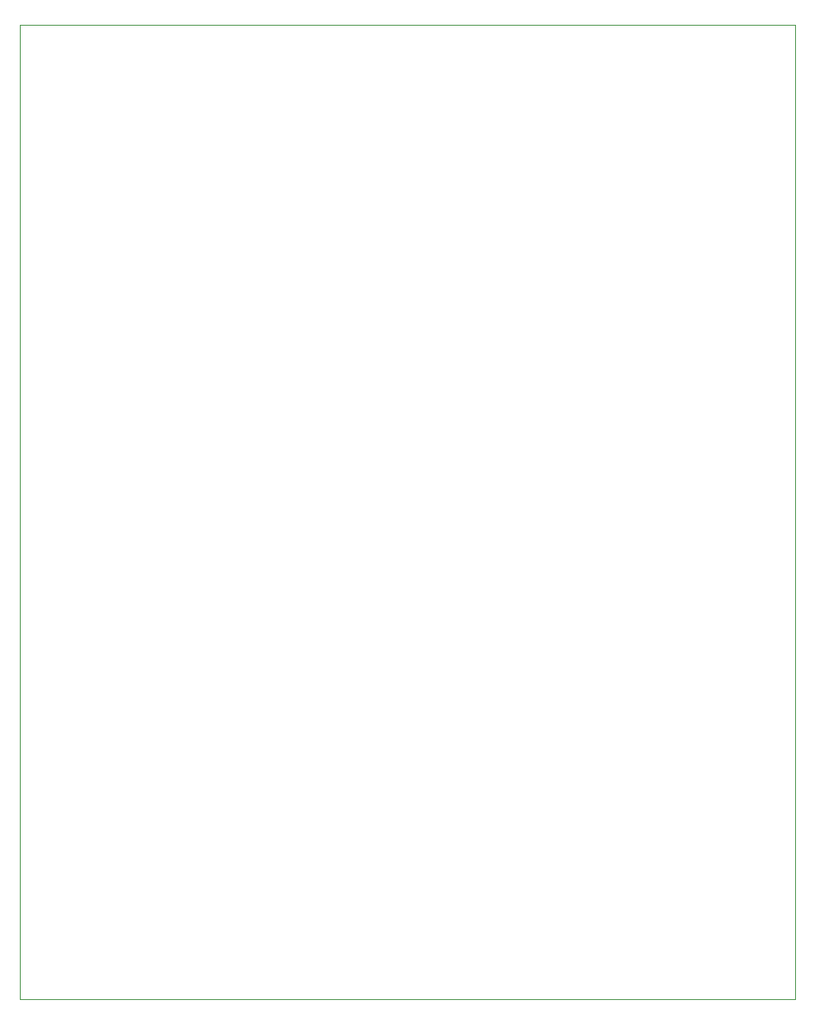
<source format=gm1>
%TF.GenerationSoftware,KiCad,Pcbnew,5.1.8*%
%TF.CreationDate,2021-01-05T14:46:37+01:00*%
%TF.ProjectId,reflow-controller,7265666c-6f77-42d6-936f-6e74726f6c6c,rev?*%
%TF.SameCoordinates,Original*%
%TF.FileFunction,Profile,NP*%
%FSLAX46Y46*%
G04 Gerber Fmt 4.6, Leading zero omitted, Abs format (unit mm)*
G04 Created by KiCad (PCBNEW 5.1.8) date 2021-01-05 14:46:37*
%MOMM*%
%LPD*%
G01*
G04 APERTURE LIST*
%TA.AperFunction,Profile*%
%ADD10C,0.050000*%
%TD*%
G04 APERTURE END LIST*
D10*
X82550000Y-184150000D02*
X82550000Y-84455000D01*
X161925000Y-84455000D02*
X82550000Y-84455000D01*
X161925000Y-184150000D02*
X161925000Y-84455000D01*
X82550000Y-184150000D02*
X161925000Y-184150000D01*
M02*

</source>
